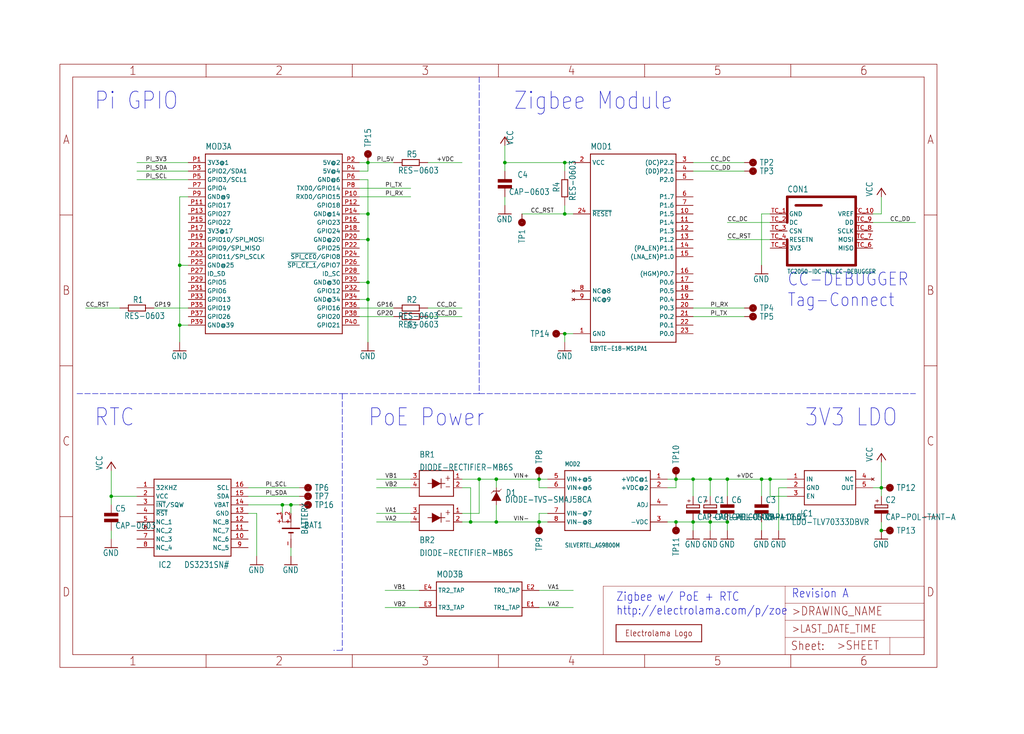
<source format=kicad_sch>
(kicad_sch (version 20211123) (generator eeschema)
  (paper "User" 303.987 217.881)
  (lib_symbols
    (symbol "eagleSchem-eagle-import:A4L-LOC"
      (symbol "A4L-LOC_1_0"
        (polyline (pts (xy 0 44.7675) (xy 3.81 44.7675)))
        (polyline (pts (xy 0 89.535) (xy 3.81 89.535)))
        (polyline (pts (xy 0 134.3025) (xy 3.81 134.3025)))
        (polyline (pts (xy 3.81 3.81) (xy 3.81 175.26)))
        (polyline (pts (xy 43.3917 0) (xy 43.3917 3.81)))
        (polyline (pts (xy 43.3917 175.26) (xy 43.3917 179.07)))
        (polyline (pts (xy 86.7833 0) (xy 86.7833 3.81)))
        (polyline (pts (xy 86.7833 175.26) (xy 86.7833 179.07)))
        (polyline (pts (xy 130.175 0) (xy 130.175 3.81)))
        (polyline (pts (xy 130.175 175.26) (xy 130.175 179.07)))
        (polyline (pts (xy 161.29 3.81) (xy 161.29 24.13)) (stroke (width 0.1016)))
        (polyline (pts (xy 161.29 24.13) (xy 215.265 24.13)) (stroke (width 0.1016)))
        (polyline (pts (xy 173.5667 0) (xy 173.5667 3.81)))
        (polyline (pts (xy 173.5667 175.26) (xy 173.5667 179.07)))
        (polyline (pts (xy 215.265 8.89) (xy 215.265 3.81)) (stroke (width 0.1016)))
        (polyline (pts (xy 215.265 8.89) (xy 215.265 13.97)) (stroke (width 0.1016)))
        (polyline (pts (xy 215.265 13.97) (xy 215.265 19.05)) (stroke (width 0.1016)))
        (polyline (pts (xy 215.265 13.97) (xy 256.54 13.97)) (stroke (width 0.1016)))
        (polyline (pts (xy 215.265 19.05) (xy 215.265 24.13)) (stroke (width 0.1016)))
        (polyline (pts (xy 215.265 19.05) (xy 256.54 19.05)) (stroke (width 0.1016)))
        (polyline (pts (xy 215.265 24.13) (xy 256.54 24.13)) (stroke (width 0.1016)))
        (polyline (pts (xy 216.9583 0) (xy 216.9583 3.81)))
        (polyline (pts (xy 216.9583 175.26) (xy 216.9583 179.07)))
        (polyline (pts (xy 246.38 3.81) (xy 246.38 8.89)) (stroke (width 0.1016)))
        (polyline (pts (xy 246.38 8.89) (xy 215.265 8.89)) (stroke (width 0.1016)))
        (polyline (pts (xy 246.38 8.89) (xy 256.54 8.89)) (stroke (width 0.1016)))
        (polyline (pts (xy 256.54 3.81) (xy 3.81 3.81)))
        (polyline (pts (xy 256.54 3.81) (xy 256.54 8.89)) (stroke (width 0.1016)))
        (polyline (pts (xy 256.54 3.81) (xy 256.54 175.26)))
        (polyline (pts (xy 256.54 8.89) (xy 256.54 13.97)) (stroke (width 0.1016)))
        (polyline (pts (xy 256.54 13.97) (xy 256.54 19.05)) (stroke (width 0.1016)))
        (polyline (pts (xy 256.54 19.05) (xy 256.54 24.13)) (stroke (width 0.1016)))
        (polyline (pts (xy 256.54 44.7675) (xy 260.35 44.7675)))
        (polyline (pts (xy 256.54 89.535) (xy 260.35 89.535)))
        (polyline (pts (xy 256.54 134.3025) (xy 260.35 134.3025)))
        (polyline (pts (xy 256.54 175.26) (xy 3.81 175.26)))
        (polyline (pts (xy 0 0) (xy 260.35 0) (xy 260.35 179.07) (xy 0 179.07) (xy 0 0)))
        (text "1" (at 21.6958 1.905 0) (effects (font (size 2.54 2.286))))
        (text "1" (at 21.6958 177.165 0) (effects (font (size 2.54 2.286))))
        (text "2" (at 65.0875 1.905 0) (effects (font (size 2.54 2.286))))
        (text "2" (at 65.0875 177.165 0) (effects (font (size 2.54 2.286))))
        (text "3" (at 108.4792 1.905 0) (effects (font (size 2.54 2.286))))
        (text "3" (at 108.4792 177.165 0) (effects (font (size 2.54 2.286))))
        (text "4" (at 151.8708 1.905 0) (effects (font (size 2.54 2.286))))
        (text "4" (at 151.8708 177.165 0) (effects (font (size 2.54 2.286))))
        (text "5" (at 195.2625 1.905 0) (effects (font (size 2.54 2.286))))
        (text "5" (at 195.2625 177.165 0) (effects (font (size 2.54 2.286))))
        (text "6" (at 238.6542 1.905 0) (effects (font (size 2.54 2.286))))
        (text "6" (at 238.6542 177.165 0) (effects (font (size 2.54 2.286))))
        (text ">DRAWING_NAME" (at 217.17 15.24 0) (effects (font (size 2.54 2.159)) (justify left bottom)))
        (text ">LAST_DATE_TIME" (at 217.17 10.16 0) (effects (font (size 2.286 1.9431)) (justify left bottom)))
        (text ">SHEET" (at 230.505 5.08 0) (effects (font (size 2.54 2.159)) (justify left bottom)))
        (text "A" (at 1.905 156.6863 0) (effects (font (size 2.54 2.286))))
        (text "A" (at 258.445 156.6863 0) (effects (font (size 2.54 2.286))))
        (text "B" (at 1.905 111.9188 0) (effects (font (size 2.54 2.286))))
        (text "B" (at 258.445 111.9188 0) (effects (font (size 2.54 2.286))))
        (text "C" (at 1.905 67.1513 0) (effects (font (size 2.54 2.286))))
        (text "C" (at 258.445 67.1513 0) (effects (font (size 2.54 2.286))))
        (text "D" (at 1.905 22.3838 0) (effects (font (size 2.54 2.286))))
        (text "D" (at 258.445 22.3838 0) (effects (font (size 2.54 2.286))))
        (text "Sheet:" (at 216.916 4.953 0) (effects (font (size 2.54 2.159)) (justify left bottom)))
      )
    )
    (symbol "eagleSchem-eagle-import:BATTERY"
      (property "Reference" "BAT" (at -1.27 3.175 0))
      (property "Value" "BATTERY" (at -1.27 -5.08 0))
      (symbol "BATTERY_1_0"
        (polyline (pts (xy -2.54 0) (xy -0.635 0)) (stroke (width 0.1524)))
        (polyline (pts (xy -0.635 0) (xy -0.635 -0.635)) (stroke (width 0.4064)))
        (polyline (pts (xy -0.635 0.635) (xy -0.635 0)) (stroke (width 0.4064)))
        (polyline (pts (xy 0.635 0) (xy 0.635 -2.54)) (stroke (width 0.4064)))
        (polyline (pts (xy 0.635 0) (xy 2.54 0)) (stroke (width 0.1524)))
        (polyline (pts (xy 0.635 2.54) (xy 0.635 0)) (stroke (width 0.4064)))
        (polyline (pts (xy 2.54 0) (xy 2.54 2.54)) (stroke (width 0.1524)))
        (pin passive line (at 5.08 2.54 180) (length 2.54) (name "+1") (number "+_1"))
        (pin passive line (at 5.08 0 180) (length 2.54) (name "+2") (number "+_2"))
        (pin passive line (at -5.08 0 0) (length 2.54) (name "-") (number "-"))
      )
    )
    (symbol "eagleSchem-eagle-import:CAP-0603"
      (property "Reference" "C" (at 1.143 0.4826 0))
      (property "Value" "CAP-0603" (at 1.143 -4.5974 0))
      (symbol "CAP-0603_1_0"
        (rectangle (start -2.032 -2.54) (end 2.032 -1.651) (fill (type outline)))
        (rectangle (start -2.032 -0.7937) (end 2.032 0.0952) (fill (type outline)))
        (pin passive line (at 0 2.54 270) (length 2.54) (name "1") (number "1"))
        (pin passive line (at 0 -5.08 90) (length 2.54) (name "2") (number "2"))
      )
    )
    (symbol "eagleSchem-eagle-import:CAP-POL-ELCO-D8-L10.5"
      (property "Reference" "C" (at 1.143 0.4826 0))
      (property "Value" "CAP-POL-ELCO-D8-L10.5" (at 1.143 -4.5974 0))
      (symbol "CAP-POL-ELCO-D8-L10.5_1_0"
        (rectangle (start -2.032 -2.54) (end 2.032 -1.651) (fill (type outline)))
        (polyline (pts (xy -1.905 -0.889) (xy 1.905 -0.889)) (stroke (width 0.254)))
        (polyline (pts (xy -1.905 0) (xy -1.905 -0.889)) (stroke (width 0.254)))
        (polyline (pts (xy -1.905 0) (xy 1.905 0)) (stroke (width 0.254)))
        (polyline (pts (xy 1.905 -0.889) (xy 1.905 0)) (stroke (width 0.254)))
        (text "+" (at -0.5842 0.4064 900) (effects (font (size 1.27 1.0795)) (justify left bottom)))
        (pin passive line (at 0 2.54 270) (length 2.54) (name "+") (number "+"))
        (pin passive line (at 0 -5.08 90) (length 2.54) (name "-") (number "-"))
      )
    )
    (symbol "eagleSchem-eagle-import:CAP-POL-TANT-A"
      (property "Reference" "C" (at 1.143 0.4826 0))
      (property "Value" "CAP-POL-TANT-A" (at 1.143 -4.5974 0))
      (symbol "CAP-POL-TANT-A_1_0"
        (rectangle (start -2.032 -2.54) (end 2.032 -1.651) (fill (type outline)))
        (polyline (pts (xy -1.905 -0.889) (xy 1.905 -0.889)) (stroke (width 0.254)))
        (polyline (pts (xy -1.905 0) (xy -1.905 -0.889)) (stroke (width 0.254)))
        (polyline (pts (xy -1.905 0) (xy 1.905 0)) (stroke (width 0.254)))
        (polyline (pts (xy 1.905 -0.889) (xy 1.905 0)) (stroke (width 0.254)))
        (text "+" (at -0.5842 0.4064 900) (effects (font (size 1.27 1.0795)) (justify left bottom)))
        (pin passive line (at 0 2.54 270) (length 2.54) (name "+") (number "+"))
        (pin passive line (at 0 -5.08 90) (length 2.54) (name "-") (number "-"))
      )
    )
    (symbol "eagleSchem-eagle-import:DIODE-RECTIFIER-MB6S"
      (property "Reference" "BR" (at -5.08 6.35 0))
      (property "Value" "DIODE-RECTIFIER-MB6S" (at -5.08 -5.08 0))
      (symbol "DIODE-RECTIFIER-MB6S_1_0"
        (polyline (pts (xy -5.08 5.08) (xy -5.08 -2.54)) (stroke (width 0.254)))
        (polyline (pts (xy -5.08 5.08) (xy 5.08 5.08)) (stroke (width 0.254)))
        (polyline (pts (xy -2.54 1.27) (xy 2.54 1.27)) (stroke (width 0.2032)))
        (polyline (pts (xy 1.397 2.667) (xy 1.397 -0.127)) (stroke (width 0.2032)))
        (polyline (pts (xy 5.08 -2.54) (xy -5.08 -2.54)) (stroke (width 0.254)))
        (polyline (pts (xy 5.08 -2.54) (xy 5.08 5.08)) (stroke (width 0.254)))
        (polyline (pts (xy -1.27 2.667) (xy -1.27 -0.127) (xy 1.27 1.27)) (fill (type outline)))
        (text "+" (at 4.445 1.905 0) (effects (font (size 1.778 1.5113)) (justify right bottom)))
        (text "-" (at 4.445 -0.635 0) (effects (font (size 1.778 1.5113)) (justify right bottom)))
        (text "~" (at -4.445 -0.635 0) (effects (font (size 2.286 1.9431)) (justify left bottom)))
        (text "~" (at -4.445 1.905 0) (effects (font (size 2.286 1.9431)) (justify left bottom)))
        (pin bidirectional line (at 7.62 2.54 180) (length 2.54) (name "+") (number "1"))
        (pin bidirectional line (at 7.62 0 180) (length 2.54) (name "-") (number "2"))
        (pin bidirectional line (at -7.62 2.54 0) (length 2.54) (name "~{@3}") (number "3"))
        (pin bidirectional line (at -7.62 0 0) (length 2.54) (name "~{@4}") (number "4"))
      )
    )
    (symbol "eagleSchem-eagle-import:DIODE-TVS-SMAJ58CA"
      (property "Reference" "D" (at -2.3114 2.6416 0))
      (property "Value" "DIODE-TVS-SMAJ58CA" (at -2.5654 -4.4958 0))
      (symbol "DIODE-TVS-SMAJ58CA_1_0"
        (polyline (pts (xy 1.397 -0.889) (xy 1.651 -0.889)) (stroke (width 0.127)))
        (polyline (pts (xy 1.397 0.889) (xy 1.397 -0.889)) (stroke (width 0.127)))
        (polyline (pts (xy 1.397 0.889) (xy 1.651 0.889)) (stroke (width 0.127)))
        (polyline (pts (xy 1.524 0.889) (xy 0.889 1.524)) (stroke (width 0.127)))
        (polyline (pts (xy 1.651 0.889) (xy 1.651 -0.889)) (stroke (width 0.127)))
        (polyline (pts (xy 2.159 -1.524) (xy 1.524 -0.889)) (stroke (width 0.127)))
        (polyline (pts (xy -1.27 1.397) (xy -1.27 -1.397) (xy 1.27 0)) (fill (type outline)))
        (pin passive line (at 2.54 0 180) (length 2.54) (name "C") (number "1"))
        (pin passive line (at -2.54 0 0) (length 2.54) (name "A") (number "2"))
      )
    )
    (symbol "eagleSchem-eagle-import:DS3231SN#"
      (property "Reference" "IC" (at 29.21 7.62 0))
      (property "Value" "DS3231SN#" (at 29.21 5.08 0))
      (symbol "DS3231SN#_1_0"
        (polyline (pts (xy 5.08 2.54) (xy 5.08 -20.32)) (stroke (width 0.254)))
        (polyline (pts (xy 5.08 2.54) (xy 27.94 2.54)) (stroke (width 0.254)))
        (polyline (pts (xy 27.94 -20.32) (xy 5.08 -20.32)) (stroke (width 0.254)))
        (polyline (pts (xy 27.94 -20.32) (xy 27.94 2.54)) (stroke (width 0.254)))
        (pin bidirectional line (at 0 0 0) (length 5.08) (name "32KHZ") (number "1"))
        (pin bidirectional line (at 33.02 -15.24 180) (length 5.08) (name "NC_6") (number "10"))
        (pin bidirectional line (at 33.02 -12.7 180) (length 5.08) (name "NC_7") (number "11"))
        (pin bidirectional line (at 33.02 -10.16 180) (length 5.08) (name "NC_8") (number "12"))
        (pin power_in line (at 33.02 -7.62 180) (length 5.08) (name "GND") (number "13"))
        (pin bidirectional line (at 33.02 -5.08 180) (length 5.08) (name "VBAT") (number "14"))
        (pin bidirectional line (at 33.02 -2.54 180) (length 5.08) (name "SDA") (number "15"))
        (pin bidirectional line (at 33.02 0 180) (length 5.08) (name "SCL") (number "16"))
        (pin power_in line (at 0 -2.54 0) (length 5.08) (name "VCC") (number "2"))
        (pin input line (at 0 -5.08 0) (length 5.08) (name "~{INT}/SQW") (number "3"))
        (pin input line (at 0 -7.62 0) (length 5.08) (name "~{RST}") (number "4"))
        (pin bidirectional line (at 0 -10.16 0) (length 5.08) (name "NC_1") (number "5"))
        (pin bidirectional line (at 0 -12.7 0) (length 5.08) (name "NC_2") (number "6"))
        (pin bidirectional line (at 0 -15.24 0) (length 5.08) (name "NC_3") (number "7"))
        (pin bidirectional line (at 0 -17.78 0) (length 5.08) (name "NC_4") (number "8"))
        (pin bidirectional line (at 33.02 -17.78 180) (length 5.08) (name "NC_5") (number "9"))
      )
    )
    (symbol "eagleSchem-eagle-import:EBYTE-E18-MS1PA1"
      (property "Reference" "MOD" (at -12.7 29.21 0))
      (property "Value" "EBYTE-E18-MS1PA1" (at -12.7 -30.48 0))
      (symbol "EBYTE-E18-MS1PA1_1_0"
        (polyline (pts (xy -12.7 -27.94) (xy 12.7 -27.94)) (stroke (width 0.254)))
        (polyline (pts (xy -12.7 27.94) (xy -12.7 -27.94)) (stroke (width 0.254)))
        (polyline (pts (xy 12.7 -27.94) (xy 12.7 27.94)) (stroke (width 0.254)))
        (polyline (pts (xy 12.7 27.94) (xy -12.7 27.94)) (stroke (width 0.254)))
        (pin power_in line (at -17.78 -25.4 0) (length 5.08) (name "GND") (number "1"))
        (pin bidirectional line (at 17.78 10.16 180) (length 5.08) (name "P1.5") (number "10"))
        (pin bidirectional line (at 17.78 7.62 180) (length 5.08) (name "P1.4") (number "11"))
        (pin bidirectional line (at 17.78 5.08 180) (length 5.08) (name "P1.3") (number "12"))
        (pin bidirectional line (at 17.78 2.54 180) (length 5.08) (name "P1.2") (number "13"))
        (pin output line (at 17.78 0 180) (length 5.08) (name "(PA_EN)P1.1") (number "14"))
        (pin output line (at 17.78 -2.54 180) (length 5.08) (name "(LNA_EN)P1.0") (number "15"))
        (pin output line (at 17.78 -7.62 180) (length 5.08) (name "(HGM)P0.7") (number "16"))
        (pin bidirectional line (at 17.78 -10.16 180) (length 5.08) (name "P0.6") (number "17"))
        (pin bidirectional line (at 17.78 -12.7 180) (length 5.08) (name "P0.5") (number "18"))
        (pin bidirectional line (at 17.78 -15.24 180) (length 5.08) (name "P0.4") (number "19"))
        (pin power_in line (at -17.78 25.4 0) (length 5.08) (name "VCC") (number "2"))
        (pin bidirectional line (at 17.78 -17.78 180) (length 5.08) (name "P0.3") (number "20"))
        (pin bidirectional line (at 17.78 -20.32 180) (length 5.08) (name "P0.2") (number "21"))
        (pin bidirectional line (at 17.78 -22.86 180) (length 5.08) (name "P0.1") (number "22"))
        (pin bidirectional line (at 17.78 -25.4 180) (length 5.08) (name "P0.0") (number "23"))
        (pin input line (at -17.78 10.16 0) (length 5.08) (name "~{RESET}") (number "24"))
        (pin bidirectional line (at 17.78 25.4 180) (length 5.08) (name "(DC)P2.2") (number "3"))
        (pin bidirectional line (at 17.78 22.86 180) (length 5.08) (name "(DD)P2.1") (number "4"))
        (pin bidirectional line (at 17.78 20.32 180) (length 5.08) (name "P2.0") (number "5"))
        (pin bidirectional line (at 17.78 15.24 180) (length 5.08) (name "P1.7") (number "6"))
        (pin bidirectional line (at 17.78 12.7 180) (length 5.08) (name "P1.6") (number "7"))
        (pin no_connect line (at -17.78 -12.7 0) (length 5.08) (name "NC@8") (number "8"))
        (pin no_connect line (at -17.78 -15.24 0) (length 5.08) (name "NC@9") (number "9"))
      )
    )
    (symbol "eagleSchem-eagle-import:GND" (power)
      (property "Value" "GND" (at -2.54 -2.54 0))
      (symbol "GND_1_0"
        (polyline (pts (xy -1.905 0) (xy 1.905 0)) (stroke (width 0.254)))
        (pin power_in line (at 0 2.54 270) (length 2.54) (name "GND") (number "1"))
      )
    )
    (symbol "eagleSchem-eagle-import:LDO-TLV70333DBVR"
      (property "Reference" "IC" (at 21.59 7.62 0))
      (property "Value" "LDO-TLV70333DBVR" (at 21.59 5.08 0))
      (symbol "LDO-TLV70333DBVR_1_0"
        (polyline (pts (xy 5.08 2.54) (xy 5.08 -7.62)) (stroke (width 0.254)))
        (polyline (pts (xy 5.08 2.54) (xy 20.32 2.54)) (stroke (width 0.254)))
        (polyline (pts (xy 20.32 -7.62) (xy 5.08 -7.62)) (stroke (width 0.254)))
        (polyline (pts (xy 20.32 -7.62) (xy 20.32 2.54)) (stroke (width 0.254)))
        (pin bidirectional line (at 0 0 0) (length 5.08) (name "IN") (number "1"))
        (pin bidirectional line (at 0 -2.54 0) (length 5.08) (name "GND") (number "2"))
        (pin bidirectional line (at 0 -5.08 0) (length 5.08) (name "EN") (number "3"))
        (pin no_connect line (at 25.4 0 180) (length 5.08) (name "NC") (number "4"))
        (pin bidirectional line (at 25.4 -2.54 180) (length 5.08) (name "OUT") (number "5"))
      )
    )
    (symbol "eagleSchem-eagle-import:LOGO-ELECTROLAMA"
      (symbol "LOGO-ELECTROLAMA_1_0"
        (polyline (pts (xy -12.7 -2.54) (xy 12.7 -2.54)) (stroke (width 0.254)))
        (polyline (pts (xy -12.7 2.54) (xy -12.7 -2.54)) (stroke (width 0.254)))
        (polyline (pts (xy 12.7 -2.54) (xy 12.7 2.54)) (stroke (width 0.254)))
        (polyline (pts (xy 12.7 2.54) (xy -12.7 2.54)) (stroke (width 0.254)))
        (text "Electrolama Logo" (at 0 0 0) (effects (font (size 1.778 1.5113))))
      )
    )
    (symbol "eagleSchem-eagle-import:RES-0603"
      (property "Reference" "R" (at -3.81 1.4986 0))
      (property "Value" "RES-0603" (at -3.81 -3.302 0))
      (symbol "RES-0603_1_0"
        (polyline (pts (xy -2.54 -0.889) (xy -2.54 0.889)) (stroke (width 0.254)))
        (polyline (pts (xy -2.54 -0.889) (xy 2.54 -0.889)) (stroke (width 0.254)))
        (polyline (pts (xy 2.54 -0.889) (xy 2.54 0.889)) (stroke (width 0.254)))
        (polyline (pts (xy 2.54 0.889) (xy -2.54 0.889)) (stroke (width 0.254)))
        (pin passive line (at -5.08 0 0) (length 2.54) (name "1") (number "1"))
        (pin passive line (at 5.08 0 180) (length 2.54) (name "2") (number "2"))
      )
    )
    (symbol "eagleSchem-eagle-import:RPI-HAT-FULL"
      (property "Reference" "MOD" (at -12.7 6.35 0))
      (symbol "RPI-HAT-FULL_1_0"
        (polyline (pts (xy -20.32 -27.94) (xy 20.32 -27.94)) (stroke (width 0.254)))
        (polyline (pts (xy -20.32 25.4) (xy -20.32 -27.94)) (stroke (width 0.254)))
        (polyline (pts (xy 20.32 -27.94) (xy 20.32 25.4)) (stroke (width 0.254)))
        (polyline (pts (xy 20.32 25.4) (xy -20.32 25.4)) (stroke (width 0.254)))
        (pin bidirectional line (at -25.4 22.86 0) (length 5.08) (name "3V3@1") (number "P1"))
        (pin bidirectional line (at 25.4 12.7 180) (length 5.08) (name "RXD0/GPIO15") (number "P10"))
        (pin bidirectional line (at -25.4 10.16 0) (length 5.08) (name "GPIO17") (number "P11"))
        (pin bidirectional line (at 25.4 10.16 180) (length 5.08) (name "GPIO18") (number "P12"))
        (pin bidirectional line (at -25.4 7.62 0) (length 5.08) (name "GPIO27") (number "P13"))
        (pin bidirectional line (at 25.4 7.62 180) (length 5.08) (name "GND@14") (number "P14"))
        (pin bidirectional line (at -25.4 5.08 0) (length 5.08) (name "GPIO22") (number "P15"))
        (pin bidirectional line (at 25.4 5.08 180) (length 5.08) (name "GPIO23") (number "P16"))
        (pin bidirectional line (at -25.4 2.54 0) (length 5.08) (name "3V3@17") (number "P17"))
        (pin bidirectional line (at 25.4 2.54 180) (length 5.08) (name "GPIO24") (number "P18"))
        (pin bidirectional line (at -25.4 0 0) (length 5.08) (name "GPIO10/SPI_MOSI") (number "P19"))
        (pin bidirectional line (at 25.4 22.86 180) (length 5.08) (name "5V@2") (number "P2"))
        (pin bidirectional line (at 25.4 0 180) (length 5.08) (name "GND@20") (number "P20"))
        (pin bidirectional line (at -25.4 -2.54 0) (length 5.08) (name "GPIO9/SPI_MISO") (number "P21"))
        (pin bidirectional line (at 25.4 -2.54 180) (length 5.08) (name "GPIO25") (number "P22"))
        (pin bidirectional line (at -25.4 -5.08 0) (length 5.08) (name "GPIO11/SPI_SCLK") (number "P23"))
        (pin bidirectional line (at 25.4 -5.08 180) (length 5.08) (name "~{SPI_CE0}/GPIO8") (number "P24"))
        (pin bidirectional line (at -25.4 -7.62 0) (length 5.08) (name "GND@25") (number "P25"))
        (pin bidirectional line (at 25.4 -7.62 180) (length 5.08) (name "~{SPI_CE_1}/GPIO7") (number "P26"))
        (pin bidirectional line (at -25.4 -10.16 0) (length 5.08) (name "ID_SD") (number "P27"))
        (pin bidirectional line (at 25.4 -10.16 180) (length 5.08) (name "ID_SC") (number "P28"))
        (pin bidirectional line (at -25.4 -12.7 0) (length 5.08) (name "GPIO5") (number "P29"))
        (pin bidirectional line (at -25.4 20.32 0) (length 5.08) (name "GPIO2/SDA1") (number "P3"))
        (pin bidirectional line (at 25.4 -12.7 180) (length 5.08) (name "GND@30") (number "P30"))
        (pin bidirectional line (at -25.4 -15.24 0) (length 5.08) (name "GPIO6") (number "P31"))
        (pin bidirectional line (at 25.4 -15.24 180) (length 5.08) (name "GPIO12") (number "P32"))
        (pin bidirectional line (at -25.4 -17.78 0) (length 5.08) (name "GPIO13") (number "P33"))
        (pin bidirectional line (at 25.4 -17.78 180) (length 5.08) (name "GND@34") (number "P34"))
        (pin bidirectional line (at -25.4 -20.32 0) (length 5.08) (name "GPIO19") (number "P35"))
        (pin bidirectional line (at 25.4 -20.32 180) (length 5.08) (name "GPIO16") (number "P36"))
        (pin bidirectional line (at -25.4 -22.86 0) (length 5.08) (name "GPIO26") (number "P37"))
        (pin bidirectional line (at 25.4 -22.86 180) (length 5.08) (name "GPIO20") (number "P38"))
        (pin bidirectional line (at -25.4 -25.4 0) (length 5.08) (name "GND@39") (number "P39"))
        (pin bidirectional line (at 25.4 20.32 180) (length 5.08) (name "5V@4") (number "P4"))
        (pin bidirectional line (at 25.4 -25.4 180) (length 5.08) (name "GPIO21") (number "P40"))
        (pin bidirectional line (at -25.4 17.78 0) (length 5.08) (name "GPIO3/SCL1") (number "P5"))
        (pin bidirectional line (at 25.4 17.78 180) (length 5.08) (name "GND@6") (number "P6"))
        (pin bidirectional line (at -25.4 15.24 0) (length 5.08) (name "GPIO4") (number "P7"))
        (pin bidirectional line (at 25.4 15.24 180) (length 5.08) (name "TXD0/GPIO14") (number "P8"))
        (pin bidirectional line (at -25.4 12.7 0) (length 5.08) (name "GND@9") (number "P9"))
      )
      (symbol "RPI-HAT-FULL_2_0"
        (polyline (pts (xy -12.7 -5.08) (xy 12.7 -5.08)) (stroke (width 0.254)))
        (polyline (pts (xy -12.7 5.08) (xy -12.7 -5.08)) (stroke (width 0.254)))
        (polyline (pts (xy 12.7 -5.08) (xy 12.7 5.08)) (stroke (width 0.254)))
        (polyline (pts (xy 12.7 5.08) (xy -12.7 5.08)) (stroke (width 0.254)))
        (pin bidirectional line (at 17.78 -2.54 180) (length 5.08) (name "TR1_TAP") (number "E1"))
        (pin bidirectional line (at 17.78 2.54 180) (length 5.08) (name "TR0_TAP") (number "E2"))
        (pin bidirectional line (at -17.78 -2.54 0) (length 5.08) (name "TR3_TAP") (number "E3"))
        (pin bidirectional line (at -17.78 2.54 0) (length 5.08) (name "TR2_TAP") (number "E4"))
      )
    )
    (symbol "eagleSchem-eagle-import:SILVERTEL_AG9800M"
      (property "Reference" "MOD" (at -12.7 11.43 0))
      (property "Value" "SILVERTEL_AG9800M" (at -12.7 -10.16 0))
      (symbol "SILVERTEL_AG9800M_1_0"
        (polyline (pts (xy -12.7 -7.62) (xy 12.7 -7.62)) (stroke (width 0.254)))
        (polyline (pts (xy -12.7 10.16) (xy -12.7 -7.62)) (stroke (width 0.254)))
        (polyline (pts (xy 12.7 -7.62) (xy 12.7 10.16)) (stroke (width 0.254)))
        (polyline (pts (xy 12.7 10.16) (xy -12.7 10.16)) (stroke (width 0.254)))
        (pin bidirectional line (at 17.78 7.62 180) (length 5.08) (name "+VDC@1") (number "1"))
        (pin bidirectional line (at 17.78 5.08 180) (length 5.08) (name "+VDC@2") (number "2"))
        (pin bidirectional line (at 17.78 -5.08 180) (length 5.08) (name "-VDC") (number "3"))
        (pin bidirectional line (at 17.78 0 180) (length 5.08) (name "ADJ") (number "4"))
        (pin bidirectional line (at -17.78 7.62 0) (length 5.08) (name "VIN+@5") (number "5"))
        (pin bidirectional line (at -17.78 5.08 0) (length 5.08) (name "VIN+@6") (number "6"))
        (pin bidirectional line (at -17.78 -2.54 0) (length 5.08) (name "VIN-@7") (number "7"))
        (pin bidirectional line (at -17.78 -5.08 0) (length 5.08) (name "VIN-@8") (number "8"))
      )
    )
    (symbol "eagleSchem-eagle-import:TC2050-IDC-NL_CC-DEBUGGER"
      (property "Reference" "CON" (at -10.16 11.43 0))
      (property "Value" "TC2050-IDC-NL_CC-DEBUGGER" (at -10.16 -12.7 0))
      (symbol "TC2050-IDC-NL_CC-DEBUGGER_1_0"
        (polyline (pts (xy -10.16 -10.16) (xy 10.16 -10.16)) (stroke (width 0.762)))
        (polyline (pts (xy -10.16 -2.54) (xy -10.16 -10.16)) (stroke (width 0.762)))
        (polyline (pts (xy -10.16 10.16) (xy -10.16 2.54)) (stroke (width 0.762)))
        (polyline (pts (xy 0 7.62) (xy -7.62 7.62)) (stroke (width 0.762)))
        (polyline (pts (xy 10.16 -10.16) (xy 10.16 10.16)) (stroke (width 0.762)))
        (polyline (pts (xy 10.16 10.16) (xy -10.16 10.16)) (stroke (width 0.762)))
        (pin bidirectional line (at -15.24 5.08 0) (length 5.08) (name "GND") (number "TC_1"))
        (pin bidirectional line (at 15.24 5.08 180) (length 5.08) (name "VREF") (number "TC_10"))
        (pin bidirectional line (at -15.24 2.54 0) (length 5.08) (name "DC") (number "TC_2"))
        (pin bidirectional line (at -15.24 0 0) (length 5.08) (name "CSN") (number "TC_3"))
        (pin bidirectional line (at -15.24 -2.54 0) (length 5.08) (name "RESETN") (number "TC_4"))
        (pin bidirectional line (at -15.24 -5.08 0) (length 5.08) (name "3V3") (number "TC_5"))
        (pin bidirectional line (at 15.24 -5.08 180) (length 5.08) (name "MISO") (number "TC_6"))
        (pin bidirectional line (at 15.24 -2.54 180) (length 5.08) (name "MOSI") (number "TC_7"))
        (pin bidirectional line (at 15.24 0 180) (length 5.08) (name "SCLK") (number "TC_8"))
        (pin bidirectional line (at 15.24 2.54 180) (length 5.08) (name "DD") (number "TC_9"))
      )
    )
    (symbol "eagleSchem-eagle-import:TP"
      (property "Reference" "TP" (at 1.905 0 0))
      (symbol "TP_1_0"
        (circle (center 0 0) (radius 0.127) (stroke (width 0.635)))
        (circle (center 0 0) (radius 0.635) (stroke (width 0.635)))
        (circle (center 0 0) (radius 1.016) (stroke (width 0.254)))
        (pin bidirectional line (at -2.54 0 0) (length 2.54) (name "TP") (number "TP"))
      )
    )
    (symbol "eagleSchem-eagle-import:VCC" (power)
      (property "Value" "VCC" (at -2.54 -2.54 90))
      (symbol "VCC_1_0"
        (polyline (pts (xy 0 0) (xy -1.27 -1.905)) (stroke (width 0.254)))
        (polyline (pts (xy 1.27 -1.905) (xy 0 0)) (stroke (width 0.254)))
        (pin power_in line (at 0 -2.54 90) (length 2.54) (name "VCC") (number "1"))
      )
    )
  )
  (junction (at 215.9 154.94))
  (junction (at 109.22 48.26))
  (junction (at 160.02 154.94))
  (junction (at 167.64 99.06))
  (junction (at 109.22 63.5))
  (junction (at 167.64 63.5))
  (junction (at 167.64 48.26))
  (junction (at 109.22 88.9))
  (junction (at 261.62 157.48))
  (junction (at 33.02 147.32))
  (junction (at 142.24 142.24))
  (junction (at 226.06 142.24))
  (junction (at 210.82 142.24))
  (junction (at 147.32 142.24))
  (junction (at 109.22 71.12))
  (junction (at 139.7 154.94))
  (junction (at 261.62 144.78))
  (junction (at 210.82 154.94))
  (junction (at 83.82 149.86))
  (junction (at 147.32 154.94))
  (junction (at 215.9 142.24))
  (junction (at 160.02 142.24))
  (junction (at 86.36 149.86))
  (junction (at 53.34 78.74))
  (junction (at 53.34 96.52))
  (junction (at 149.86 48.26))
  (junction (at 205.74 142.24))
  (junction (at 200.66 142.24))
  (junction (at 205.74 154.94))
  (junction (at 109.22 83.82))
  (junction (at 200.66 154.94))
  (junction (at 228.6 142.24))
  (wire (pts (xy 233.68 142.24) (xy 228.6 142.24)))
  (wire (pts (xy 160.02 154.94) (xy 162.56 154.94)))
  (wire (pts (xy 55.88 78.74) (xy 53.34 78.74)))
  (wire (pts (xy 147.32 142.24) (xy 160.02 142.24)))
  (wire (pts (xy 124.46 175.26) (xy 114.3 175.26)))
  (wire (pts (xy 127 48.26) (xy 137.16 48.26)))
  (wire (pts (xy 210.82 142.24) (xy 215.9 142.24)))
  (wire (pts (xy 215.9 154.94) (xy 215.9 157.48)))
  (wire (pts (xy 106.68 50.8) (xy 109.22 50.8)))
  (wire (pts (xy 198.12 142.24) (xy 200.66 142.24)))
  (wire (pts (xy 210.82 154.94) (xy 210.82 157.48)))
  (wire (pts (xy 106.68 88.9) (xy 109.22 88.9)))
  (wire (pts (xy 106.68 91.44) (xy 116.84 91.44)))
  (wire (pts (xy 170.18 48.26) (xy 167.64 48.26)))
  (wire (pts (xy 88.9 149.86) (xy 86.36 149.86)))
  (wire (pts (xy 55.88 96.52) (xy 53.34 96.52)))
  (wire (pts (xy 109.22 48.26) (xy 116.84 48.26)))
  (wire (pts (xy 228.6 147.32) (xy 228.6 142.24)))
  (wire (pts (xy 205.74 147.32) (xy 205.74 142.24)))
  (wire (pts (xy 226.06 63.5) (xy 226.06 78.74)))
  (wire (pts (xy 231.14 144.78) (xy 231.14 157.48)))
  (wire (pts (xy 205.74 91.44) (xy 220.98 91.44)))
  (wire (pts (xy 205.74 154.94) (xy 210.82 154.94)))
  (wire (pts (xy 137.16 144.78) (xy 139.7 144.78)))
  (wire (pts (xy 205.74 154.94) (xy 205.74 157.48)))
  (wire (pts (xy 53.34 78.74) (xy 53.34 96.52)))
  (wire (pts (xy 55.88 48.26) (xy 40.64 48.26)))
  (wire (pts (xy 170.18 63.5) (xy 167.64 63.5)))
  (wire (pts (xy 137.16 152.4) (xy 142.24 152.4)))
  (polyline (pts (xy 101.6 116.84) (xy 101.6 193.04)))
  (wire (pts (xy 160.02 154.94) (xy 147.32 154.94)))
  (wire (pts (xy 121.92 154.94) (xy 111.76 154.94)))
  (wire (pts (xy 226.06 142.24) (xy 226.06 147.32)))
  (wire (pts (xy 106.68 93.98) (xy 116.84 93.98)))
  (wire (pts (xy 198.12 154.94) (xy 200.66 154.94)))
  (polyline (pts (xy 142.24 22.86) (xy 142.24 116.84)))
  (wire (pts (xy 205.74 93.98) (xy 220.98 93.98)))
  (wire (pts (xy 76.2 152.4) (xy 76.2 165.1)))
  (wire (pts (xy 259.08 63.5) (xy 261.62 63.5)))
  (wire (pts (xy 205.74 142.24) (xy 210.82 142.24)))
  (wire (pts (xy 55.88 91.44) (xy 45.72 91.44)))
  (wire (pts (xy 35.56 91.44) (xy 25.4 91.44)))
  (wire (pts (xy 226.06 157.48) (xy 226.06 154.94)))
  (wire (pts (xy 121.92 142.24) (xy 111.76 142.24)))
  (wire (pts (xy 109.22 88.9) (xy 109.22 101.6)))
  (wire (pts (xy 261.62 147.32) (xy 261.62 144.78)))
  (wire (pts (xy 83.82 149.86) (xy 83.82 152.4)))
  (wire (pts (xy 167.64 50.8) (xy 167.64 48.26)))
  (wire (pts (xy 259.08 66.04) (xy 271.78 66.04)))
  (wire (pts (xy 198.12 144.78) (xy 200.66 144.78)))
  (wire (pts (xy 167.64 99.06) (xy 167.64 101.6)))
  (polyline (pts (xy 101.6 116.84) (xy 142.24 116.84)))
  (wire (pts (xy 106.68 83.82) (xy 109.22 83.82)))
  (wire (pts (xy 142.24 152.4) (xy 142.24 142.24)))
  (wire (pts (xy 53.34 96.52) (xy 53.34 101.6)))
  (wire (pts (xy 109.22 48.26) (xy 106.68 48.26)))
  (wire (pts (xy 55.88 53.34) (xy 40.64 53.34)))
  (wire (pts (xy 33.02 147.32) (xy 33.02 149.86)))
  (wire (pts (xy 200.66 154.94) (xy 205.74 154.94)))
  (wire (pts (xy 147.32 149.86) (xy 147.32 154.94)))
  (wire (pts (xy 210.82 147.32) (xy 210.82 142.24)))
  (wire (pts (xy 142.24 142.24) (xy 147.32 142.24)))
  (wire (pts (xy 33.02 147.32) (xy 33.02 139.7)))
  (wire (pts (xy 261.62 63.5) (xy 261.62 58.42)))
  (wire (pts (xy 160.02 180.34) (xy 170.18 180.34)))
  (wire (pts (xy 149.86 60.96) (xy 149.86 58.42)))
  (wire (pts (xy 160.02 142.24) (xy 162.56 142.24)))
  (wire (pts (xy 55.88 58.42) (xy 53.34 58.42)))
  (wire (pts (xy 73.66 144.78) (xy 88.9 144.78)))
  (wire (pts (xy 205.74 50.8) (xy 220.98 50.8)))
  (wire (pts (xy 86.36 162.56) (xy 86.36 165.1)))
  (wire (pts (xy 33.02 157.48) (xy 33.02 160.02)))
  (wire (pts (xy 109.22 50.8) (xy 109.22 48.26)))
  (wire (pts (xy 149.86 48.26) (xy 149.86 43.18)))
  (wire (pts (xy 73.66 149.86) (xy 83.82 149.86)))
  (wire (pts (xy 109.22 63.5) (xy 109.22 71.12)))
  (wire (pts (xy 162.56 152.4) (xy 160.02 152.4)))
  (wire (pts (xy 73.66 147.32) (xy 88.9 147.32)))
  (wire (pts (xy 200.66 142.24) (xy 205.74 142.24)))
  (wire (pts (xy 205.74 48.26) (xy 220.98 48.26)))
  (wire (pts (xy 228.6 142.24) (xy 226.06 142.24)))
  (polyline (pts (xy 101.6 193.04) (xy 99.06 193.04)))
  (wire (pts (xy 160.02 175.26) (xy 170.18 175.26)))
  (wire (pts (xy 124.46 180.34) (xy 114.3 180.34)))
  (wire (pts (xy 215.9 142.24) (xy 226.06 142.24)))
  (polyline (pts (xy 142.24 116.84) (xy 271.78 116.84)))
  (wire (pts (xy 109.22 83.82) (xy 109.22 88.9)))
  (wire (pts (xy 228.6 66.04) (xy 215.9 66.04)))
  (wire (pts (xy 160.02 152.4) (xy 160.02 154.94)))
  (wire (pts (xy 83.82 149.86) (xy 86.36 149.86)))
  (wire (pts (xy 121.92 144.78) (xy 111.76 144.78)))
  (wire (pts (xy 106.68 71.12) (xy 109.22 71.12)))
  (polyline (pts (xy 22.86 116.84) (xy 101.6 116.84)))
  (wire (pts (xy 259.08 144.78) (xy 261.62 144.78)))
  (wire (pts (xy 73.66 152.4) (xy 76.2 152.4)))
  (wire (pts (xy 86.36 149.86) (xy 86.36 152.4)))
  (wire (pts (xy 106.68 58.42) (xy 121.92 58.42)))
  (wire (pts (xy 109.22 71.12) (xy 109.22 83.82)))
  (wire (pts (xy 261.62 137.16) (xy 261.62 144.78)))
  (wire (pts (xy 228.6 63.5) (xy 226.06 63.5)))
  (wire (pts (xy 147.32 154.94) (xy 139.7 154.94)))
  (wire (pts (xy 215.9 147.32) (xy 215.9 142.24)))
  (wire (pts (xy 53.34 58.42) (xy 53.34 78.74)))
  (wire (pts (xy 106.68 55.88) (xy 121.92 55.88)))
  (wire (pts (xy 147.32 144.78) (xy 147.32 142.24)))
  (wire (pts (xy 149.86 48.26) (xy 149.86 50.8)))
  (wire (pts (xy 167.64 48.26) (xy 149.86 48.26)))
  (wire (pts (xy 40.64 147.32) (xy 33.02 147.32)))
  (wire (pts (xy 162.56 144.78) (xy 160.02 144.78)))
  (wire (pts (xy 139.7 154.94) (xy 137.16 154.94)))
  (wire (pts (xy 106.68 63.5) (xy 109.22 63.5)))
  (wire (pts (xy 261.62 157.48) (xy 261.62 154.94)))
  (wire (pts (xy 200.66 144.78) (xy 200.66 142.24)))
  (wire (pts (xy 109.22 53.34) (xy 109.22 63.5)))
  (wire (pts (xy 233.68 147.32) (xy 228.6 147.32)))
  (wire (pts (xy 139.7 144.78) (xy 139.7 154.94)))
  (wire (pts (xy 137.16 142.24) (xy 142.24 142.24)))
  (wire (pts (xy 210.82 154.94) (xy 215.9 154.94)))
  (wire (pts (xy 233.68 144.78) (xy 231.14 144.78)))
  (wire (pts (xy 127 93.98) (xy 137.16 93.98)))
  (wire (pts (xy 228.6 71.12) (xy 215.9 71.12)))
  (wire (pts (xy 127 91.44) (xy 137.16 91.44)))
  (wire (pts (xy 167.64 63.5) (xy 154.94 63.5)))
  (wire (pts (xy 170.18 99.06) (xy 167.64 99.06)))
  (wire (pts (xy 55.88 50.8) (xy 40.64 50.8)))
  (wire (pts (xy 167.64 60.96) (xy 167.64 63.5)))
  (wire (pts (xy 160.02 144.78) (xy 160.02 142.24)))
  (wire (pts (xy 106.68 53.34) (xy 109.22 53.34)))
  (wire (pts (xy 121.92 152.4) (xy 111.76 152.4)))
  (text "RTC" (at 27.94 127 180) (effects (font (size 5.08 4.318)) (justify left bottom)))
  (text "CC-DEBUGGER\nTag-Connect" (at 233.68 91.44 180) (effects (font (size 3.81 3.2385)) (justify left bottom)))
  (text "Zigbee Module" (at 152.4 33.02 180) (effects (font (size 5.08 4.318)) (justify left bottom)))
  (text "Pi GPIO" (at 27.94 33.02 180) (effects (font (size 5.08 4.318)) (justify left bottom)))
  (text "Zigbee w/ PoE + RTC\nhttp://electrolama.com/p/zoe" (at 182.88 182.88 180) (effects (font (size 2.54 2.159)) (justify left bottom)))
  (text "PoE Power" (at 109.22 127 180) (effects (font (size 5.08 4.318)) (justify left bottom)))
  (text "3V3 LDO" (at 238.76 127 180) (effects (font (size 5.08 4.318)) (justify left bottom)))
  (text "Revision A" (at 234.95 177.8 180) (effects (font (size 2.54 2.159)) (justify left bottom)))
  (label "CC_DD" (at 264.16 66.04 0) (effects (font (size 1.2446 1.2446))))
  (label "PI_SDA" (at 43.18 50.8 0) (effects (font (size 1.2446 1.2446))))
  (label "VA1" (at 162.56 175.26 0) (effects (font (size 1.2446 1.2446))))
  (label "CC_DD" (at 210.82 50.8 0) (effects (font (size 1.2446 1.2446))))
  (label "CC_RST" (at 25.4 91.44 0) (effects (font (size 1.2446 1.2446))))
  (label "GP19" (at 45.72 91.44 0) (effects (font (size 1.2446 1.2446))))
  (label "PI_3V3" (at 43.18 48.26 0) (effects (font (size 1.2446 1.2446))))
  (label "VB2" (at 116.84 180.34 0) (effects (font (size 1.2446 1.2446))))
  (label "CC_RST" (at 157.48 63.5 0) (effects (font (size 1.2446 1.2446))))
  (label "VB2" (at 114.3 144.78 0) (effects (font (size 1.2446 1.2446))))
  (label "PI_RX" (at 114.3 58.42 0) (effects (font (size 1.2446 1.2446))))
  (label "CC_DC" (at 129.54 91.44 0) (effects (font (size 1.2446 1.2446))))
  (label "VIN-" (at 152.4 154.94 0) (effects (font (size 1.2446 1.2446))))
  (label "PI_TX" (at 114.3 55.88 0) (effects (font (size 1.2446 1.2446))))
  (label "CC_DC" (at 215.9 66.04 0) (effects (font (size 1.2446 1.2446))))
  (label "GP20" (at 111.76 93.98 0) (effects (font (size 1.2446 1.2446))))
  (label "VA2" (at 114.3 154.94 0) (effects (font (size 1.2446 1.2446))))
  (label "PI_SCL" (at 43.18 53.34 0) (effects (font (size 1.2446 1.2446))))
  (label "PI_SCL" (at 78.74 144.78 0) (effects (font (size 1.2446 1.2446))))
  (label "+VDC" (at 218.44 142.24 0) (effects (font (size 1.2446 1.2446))))
  (label "PI_SDA" (at 78.74 147.32 0) (effects (font (size 1.2446 1.2446))))
  (label "PI_RX" (at 210.82 91.44 0) (effects (font (size 1.2446 1.2446))))
  (label "VB1" (at 114.3 142.24 0) (effects (font (size 1.2446 1.2446))))
  (label "VA2" (at 162.56 180.34 0) (effects (font (size 1.2446 1.2446))))
  (label "VIN+" (at 152.4 142.24 0) (effects (font (size 1.2446 1.2446))))
  (label "CC_RST" (at 215.9 71.12 0) (effects (font (size 1.2446 1.2446))))
  (label "CC_DC" (at 210.82 48.26 0) (effects (font (size 1.2446 1.2446))))
  (label "VB1" (at 116.84 175.26 0) (effects (font (size 1.2446 1.2446))))
  (label "PI_5V" (at 111.76 48.26 0) (effects (font (size 1.2446 1.2446))))
  (label "+VDC" (at 129.54 48.26 0) (effects (font (size 1.2446 1.2446))))
  (label "PI_TX" (at 210.82 93.98 0) (effects (font (size 1.2446 1.2446))))
  (label "VA1" (at 114.3 152.4 0) (effects (font (size 1.2446 1.2446))))
  (label "GP16" (at 111.76 91.44 0) (effects (font (size 1.2446 1.2446))))
  (label "CC_DD" (at 129.54 93.98 0) (effects (font (size 1.2446 1.2446))))
  (symbol (lib_id "eagleSchem-eagle-import:RES-0603") (at 167.64 55.88 90) (unit 1)
    (property "Reference" "R4" (at 166.1414 57.15 0) (effects (font (size 1.778 1.5113)) (justify left bottom)))
    (property "Value" "RES-0603" (at 170.942 59.69 0) (effects (font (size 1.778 1.5113)) (justify left bottom)))
    (property "Footprint" "eagleSchem:_PKG_C_0603" (effects hide))
  )
  (symbol (lib_id "eagleSchem-eagle-import:GND") (at 205.74 160.02 0) (unit 1)
    (property "Reference" "#GND13" (effects hide))
    (property "Value" "GND" (at 203.2 162.56 0) (effects (font (size 1.778 1.5113)) (justify left bottom)))
    (property "Footprint" "eagleSchem:" (effects hide))
  )
  (symbol (lib_id "eagleSchem-eagle-import:RES-0603") (at 121.92 93.98 0) (unit 1)
    (property "Reference" "R3" (at 120.65 97.5614 0) (effects (font (size 1.778 1.5113)) (justify left bottom)))
    (property "Value" "RES-0603" (at 118.11 97.282 0) (effects (font (size 1.778 1.5113)) (justify left bottom)))
    (property "Footprint" "eagleSchem:_PKG_C_0603" (effects hide))
  )
  (symbol (lib_id "eagleSchem-eagle-import:RES-0603") (at 40.64 91.44 0) (unit 1)
    (property "Reference" "R1" (at 39.37 89.9414 0) (effects (font (size 1.778 1.5113)) (justify left bottom)))
    (property "Value" "RES-0603" (at 36.83 94.742 0) (effects (font (size 1.778 1.5113)) (justify left bottom)))
    (property "Footprint" "eagleSchem:_PKG_C_0603" (effects hide))
  )
  (symbol (lib_id "eagleSchem-eagle-import:CAP-0603") (at 215.9 149.86 0) (unit 1)
    (property "Reference" "C6" (at 217.043 149.3774 0) (effects (font (size 1.778 1.5113)) (justify left bottom)))
    (property "Value" "CAP-0603" (at 217.043 154.4574 0) (effects (font (size 1.778 1.5113)) (justify left bottom)))
    (property "Footprint" "eagleSchem:_PKG_C_0603" (effects hide))
  )
  (symbol (lib_id "eagleSchem-eagle-import:TP") (at 223.52 93.98 0) (unit 1)
    (property "Reference" "TP5" (at 225.425 93.98 0) (effects (font (size 1.778 1.5113)) (justify left)))
    (property "Value" "TP" (effects hide))
    (property "Footprint" "eagleSchem:TP" (effects hide))
  )
  (symbol (lib_id "eagleSchem-eagle-import:TP") (at 160.02 139.7 90) (unit 1)
    (property "Reference" "TP8" (at 160.02 137.795 0) (effects (font (size 1.778 1.5113)) (justify left)))
    (property "Value" "TP" (effects hide))
    (property "Footprint" "eagleSchem:TP" (effects hide))
  )
  (symbol (lib_id "eagleSchem-eagle-import:CAP-POL-TANT-A") (at 261.62 149.86 0) (unit 1)
    (property "Reference" "C2" (at 262.763 149.3774 0) (effects (font (size 1.778 1.5113)) (justify left bottom)))
    (property "Value" "CAP-POL-TANT-A" (at 262.763 154.4574 0) (effects (font (size 1.778 1.5113)) (justify left bottom)))
    (property "Footprint" "eagleSchem:_CAP_TANT_A_3216-18R" (effects hide))
  )
  (symbol (lib_id "eagleSchem-eagle-import:TP") (at 223.52 91.44 0) (unit 1)
    (property "Reference" "TP4" (at 225.425 91.44 0) (effects (font (size 1.778 1.5113)) (justify left)))
    (property "Value" "TP" (effects hide))
    (property "Footprint" "eagleSchem:TP" (effects hide))
  )
  (symbol (lib_id "eagleSchem-eagle-import:TP") (at 91.44 147.32 0) (unit 1)
    (property "Reference" "TP7" (at 93.345 147.32 0) (effects (font (size 1.778 1.5113)) (justify left)))
    (property "Value" "TP" (effects hide))
    (property "Footprint" "eagleSchem:TP" (effects hide))
  )
  (symbol (lib_id "eagleSchem-eagle-import:CAP-0603") (at 226.06 149.86 0) (unit 1)
    (property "Reference" "C3" (at 227.203 149.3774 0) (effects (font (size 1.778 1.5113)) (justify left bottom)))
    (property "Value" "CAP-0603" (at 227.203 154.4574 0) (effects (font (size 1.778 1.5113)) (justify left bottom)))
    (property "Footprint" "eagleSchem:_PKG_C_0603" (effects hide))
  )
  (symbol (lib_id "eagleSchem-eagle-import:TP") (at 223.52 48.26 0) (unit 1)
    (property "Reference" "TP2" (at 225.425 48.26 0) (effects (font (size 1.778 1.5113)) (justify left)))
    (property "Value" "TP" (effects hide))
    (property "Footprint" "eagleSchem:TP" (effects hide))
  )
  (symbol (lib_id "eagleSchem-eagle-import:GND") (at 231.14 160.02 0) (unit 1)
    (property "Reference" "#GND10" (effects hide))
    (property "Value" "GND" (at 228.6 162.56 0) (effects (font (size 1.778 1.5113)) (justify left bottom)))
    (property "Footprint" "eagleSchem:" (effects hide))
  )
  (symbol (lib_id "eagleSchem-eagle-import:TP") (at 200.66 139.7 90) (unit 1)
    (property "Reference" "TP10" (at 200.66 137.795 0) (effects (font (size 1.778 1.5113)) (justify left)))
    (property "Value" "TP" (effects hide))
    (property "Footprint" "eagleSchem:TP" (effects hide))
  )
  (symbol (lib_id "eagleSchem-eagle-import:TP") (at 264.16 144.78 0) (unit 1)
    (property "Reference" "TP12" (at 266.065 144.78 0) (effects (font (size 1.778 1.5113)) (justify left)))
    (property "Value" "TP" (effects hide))
    (property "Footprint" "eagleSchem:TP" (effects hide))
  )
  (symbol (lib_id "eagleSchem-eagle-import:VCC") (at 261.62 55.88 0) (unit 1)
    (property "Reference" "#P+4" (effects hide))
    (property "Value" "VCC" (at 259.08 58.42 90) (effects (font (size 1.778 1.5113)) (justify left bottom)))
    (property "Footprint" "eagleSchem:" (effects hide))
  )
  (symbol (lib_id "eagleSchem-eagle-import:DIODE-TVS-SMAJ58CA") (at 147.32 147.32 90) (unit 1)
    (property "Reference" "D1" (at 150.0886 147.2184 90) (effects (font (size 1.778 1.5113)) (justify right top)))
    (property "Value" "DIODE-TVS-SMAJ58CA" (at 149.8346 149.2758 90) (effects (font (size 1.778 1.5113)) (justify right top)))
    (property "Footprint" "eagleSchem:DIOM5126X250N" (effects hide))
  )
  (symbol (lib_id "eagleSchem-eagle-import:LDO-TLV70333DBVR") (at 233.68 142.24 0) (unit 1)
    (property "Reference" "IC1" (at 237.49 152.4 0) (effects (font (size 1.778 1.5113)) (justify left)))
    (property "Value" "LDO-TLV70333DBVR" (at 234.95 154.94 0) (effects (font (size 1.778 1.5113)) (justify left)))
    (property "Footprint" "eagleSchem:SOT95P280X145-5N" (effects hide))
  )
  (symbol (lib_id "eagleSchem-eagle-import:VCC") (at 149.86 40.64 0) (unit 1)
    (property "Reference" "#P+2" (effects hide))
    (property "Value" "VCC" (at 152.4 43.18 90) (effects (font (size 1.778 1.5113)) (justify left bottom)))
    (property "Footprint" "eagleSchem:" (effects hide))
  )
  (symbol (lib_id "eagleSchem-eagle-import:CAP-0603") (at 33.02 152.4 0) (unit 1)
    (property "Reference" "C5" (at 34.163 151.9174 0) (effects (font (size 1.778 1.5113)) (justify left bottom)))
    (property "Value" "CAP-0603" (at 34.163 156.9974 0) (effects (font (size 1.778 1.5113)) (justify left bottom)))
    (property "Footprint" "eagleSchem:_PKG_C_0603" (effects hide))
  )
  (symbol (lib_id "eagleSchem-eagle-import:CAP-POL-TANT-A") (at 210.82 149.86 0) (unit 1)
    (property "Reference" "C1" (at 211.963 149.3774 0) (effects (font (size 1.778 1.5113)) (justify left bottom)))
    (property "Value" "CAP-POL-TANT-A" (at 211.963 154.4574 0) (effects (font (size 1.778 1.5113)) (justify left bottom)))
    (property "Footprint" "eagleSchem:_CAP_TANT_A_3216-18R" (effects hide))
  )
  (symbol (lib_id "eagleSchem-eagle-import:CAP-POL-ELCO-D8-L10.5") (at 205.74 149.86 0) (unit 1)
    (property "Reference" "C7" (at 206.883 149.3774 0) (effects (font (size 1.778 1.5113)) (justify left bottom)))
    (property "Value" "CAP-POL-ELCO-D8-L10.5" (at 206.883 154.4574 0) (effects (font (size 1.778 1.5113)) (justify left bottom)))
    (property "Footprint" "eagleSchem:_CAP_ELCO_D8_L10.5" (effects hide))
  )
  (symbol (lib_id "eagleSchem-eagle-import:DS3231SN#") (at 40.64 144.78 0) (unit 1)
    (property "Reference" "IC2" (at 46.99 167.64 0) (effects (font (size 1.778 1.5113)) (justify left)))
    (property "Value" "DS3231SN#" (at 54.61 167.64 0) (effects (font (size 1.778 1.5113)) (justify left)))
    (property "Footprint" "eagleSchem:SOIC127P1032X265-16N" (effects hide))
  )
  (symbol (lib_id "eagleSchem-eagle-import:RES-0603") (at 121.92 48.26 0) (unit 1)
    (property "Reference" "R5" (at 120.65 46.7614 0) (effects (font (size 1.778 1.5113)) (justify left bottom)))
    (property "Value" "RES-0603" (at 118.11 51.562 0) (effects (font (size 1.778 1.5113)) (justify left bottom)))
    (property "Footprint" "eagleSchem:_PKG_C_0603" (effects hide))
  )
  (symbol (lib_id "eagleSchem-eagle-import:VCC") (at 261.62 134.62 0) (unit 1)
    (property "Reference" "#P+1" (effects hide))
    (property "Value" "VCC" (at 259.08 137.16 90) (effects (font (size 1.778 1.5113)) (justify left bottom)))
    (property "Footprint" "eagleSchem:" (effects hide))
  )
  (symbol (lib_id "eagleSchem-eagle-import:GND") (at 76.2 167.64 0) (unit 1)
    (property "Reference" "#GND2" (effects hide))
    (property "Value" "GND" (at 73.66 170.18 0) (effects (font (size 1.778 1.5113)) (justify left bottom)))
    (property "Footprint" "eagleSchem:" (effects hide))
  )
  (symbol (lib_id "eagleSchem-eagle-import:TP") (at 160.02 157.48 270) (unit 1)
    (property "Reference" "TP9" (at 160.02 159.385 0) (effects (font (size 1.778 1.5113)) (justify left)))
    (property "Value" "TP" (effects hide))
    (property "Footprint" "eagleSchem:TP" (effects hide))
  )
  (symbol (lib_id "eagleSchem-eagle-import:GND") (at 226.06 160.02 0) (unit 1)
    (property "Reference" "#GND9" (effects hide))
    (property "Value" "GND" (at 223.52 162.56 0) (effects (font (size 1.778 1.5113)) (justify left bottom)))
    (property "Footprint" "eagleSchem:" (effects hide))
  )
  (symbol (lib_id "eagleSchem-eagle-import:GND") (at 167.64 104.14 0) (unit 1)
    (property "Reference" "#GND6" (effects hide))
    (property "Value" "GND" (at 165.1 106.68 0) (effects (font (size 1.778 1.5113)) (justify left bottom)))
    (property "Footprint" "eagleSchem:" (effects hide))
  )
  (symbol (lib_id "eagleSchem-eagle-import:SILVERTEL_AG9800M") (at 180.34 149.86 0) (unit 1)
    (property "Reference" "MOD2" (at 167.64 138.43 0) (effects (font (size 1.27 1.0795)) (justify left bottom)))
    (property "Value" "SILVERTEL_AG9800M" (at 167.64 162.56 0) (effects (font (size 1.27 1.0795)) (justify left bottom)))
    (property "Footprint" "eagleSchem:SILVERTEL_AG9800M" (effects hide))
  )
  (symbol (lib_id "eagleSchem-eagle-import:LOGO-ELECTROLAMA") (at 195.58 187.96 0) (unit 1)
    (property "Reference" "U$1" (effects hide))
    (property "Value" "LOGO-ELECTROLAMA" (effects hide))
    (property "Footprint" "eagleSchem:ELECTROLAMA" (effects hide))
  )
  (symbol (lib_id "eagleSchem-eagle-import:TP") (at 154.94 66.04 270) (unit 1)
    (property "Reference" "TP1" (at 154.94 67.945 0) (effects (font (size 1.778 1.5113)) (justify left)))
    (property "Value" "TP" (effects hide))
    (property "Footprint" "eagleSchem:TP" (effects hide))
  )
  (symbol (lib_id "eagleSchem-eagle-import:VCC") (at 33.02 137.16 0) (unit 1)
    (property "Reference" "#P+3" (effects hide))
    (property "Value" "VCC" (at 30.48 139.7 90) (effects (font (size 1.778 1.5113)) (justify left bottom)))
    (property "Footprint" "eagleSchem:" (effects hide))
  )
  (symbol (lib_id "eagleSchem-eagle-import:RPI-HAT-FULL") (at 142.24 177.8 0) (unit 2)
    (property "Reference" "MOD3" (at 129.54 171.45 0) (effects (font (size 1.778 1.5113)) (justify left bottom)))
    (property "Value" "RPI-HAT-FULL" (effects hide))
    (property "Footprint" "eagleSchem:RPI-HAT-FULL" (effects hide))
  )
  (symbol (lib_id "eagleSchem-eagle-import:GND") (at 215.9 160.02 0) (unit 1)
    (property "Reference" "#GND12" (effects hide))
    (property "Value" "GND" (at 213.36 162.56 0) (effects (font (size 1.778 1.5113)) (justify left bottom)))
    (property "Footprint" "eagleSchem:" (effects hide))
  )
  (symbol (lib_id "eagleSchem-eagle-import:TP") (at 264.16 157.48 0) (unit 1)
    (property "Reference" "TP13" (at 266.065 157.48 0) (effects (font (size 1.778 1.5113)) (justify left)))
    (property "Value" "TP" (effects hide))
    (property "Footprint" "eagleSchem:TP" (effects hide))
  )
  (symbol (lib_id "eagleSchem-eagle-import:TP") (at 200.66 157.48 270) (unit 1)
    (property "Reference" "TP11" (at 200.66 159.385 0) (effects (font (size 1.778 1.5113)) (justify left)))
    (property "Value" "TP" (effects hide))
    (property "Footprint" "eagleSchem:TP" (effects hide))
  )
  (symbol (lib_id "eagleSchem-eagle-import:DIODE-RECTIFIER-MB6S") (at 129.54 144.78 0) (unit 1)
    (property "Reference" "BR1" (at 124.46 135.89 0) (effects (font (size 1.778 1.5113)) (justify left bottom)))
    (property "Value" "DIODE-RECTIFIER-MB6S" (at 124.46 139.7 0) (effects (font (size 1.778 1.5113)) (justify left bottom)))
    (property "Footprint" "eagleSchem:SOP254P665X270-4N" (effects hide))
  )
  (symbol (lib_id "eagleSchem-eagle-import:GND") (at 261.62 160.02 0) (unit 1)
    (property "Reference" "#GND8" (effects hide))
    (property "Value" "GND" (at 259.08 162.56 0) (effects (font (size 1.778 1.5113)) (justify left bottom)))
    (property "Footprint" "eagleSchem:" (effects hide))
  )
  (symbol (lib_id "eagleSchem-eagle-import:DIODE-RECTIFIER-MB6S") (at 129.54 154.94 0) (unit 1)
    (property "Reference" "BR2" (at 124.46 161.29 0) (effects (font (size 1.778 1.5113)) (justify left bottom)))
    (property "Value" "DIODE-RECTIFIER-MB6S" (at 124.46 165.1 0) (effects (font (size 1.778 1.5113)) (justify left bottom)))
    (property "Footprint" "eagleSchem:SOP254P665X270-4N" (effects hide))
  )
  (symbol (lib_id "eagleSchem-eagle-import:TP") (at 165.1 99.06 180) (unit 1)
    (property "Reference" "TP14" (at 163.195 99.06 0) (effects (font (size 1.778 1.5113)) (justify left)))
    (property "Value" "TP" (effects hide))
    (property "Footprint" "eagleSchem:TP" (effects hide))
  )
  (symbol (lib_id "eagleSchem-eagle-import:TP") (at 109.22 45.72 90) (unit 1)
    (property "Reference" "TP15" (at 109.22 43.815 0) (effects (font (size 1.778 1.5113)) (justify left)))
    (property "Value" "TP" (effects hide))
    (property "Footprint" "eagleSchem:TP" (effects hide))
  )
  (symbol (lib_id "eagleSchem-eagle-import:RPI-HAT-FULL") (at 81.28 71.12 0) (unit 1)
    (property "Reference" "MOD3" (at 60.96 44.45 0) (effects (font (size 1.778 1.5113)) (justify left bottom)))
    (property "Value" "RPI-HAT-FULL" (effects hide))
    (property "Footprint" "eagleSchem:RPI-HAT-FULL" (effects hide))
  )
  (symbol (lib_id "eagleSchem-eagle-import:BATTERY") (at 86.36 157.48 90) (unit 1)
    (property "Reference" "BAT1" (at 90.17 156.845 90) (effects (font (size 1.778 1.5113)) (justify right top)))
    (property "Value" "BATTERY" (at 91.44 158.75 0) (effects (font (size 1.778 1.5113)) (justify left bottom)))
    (property "Footprint" "eagleSchem:KEYSTONE_3001" (effects hide))
  )
  (symbol (lib_id "eagleSchem-eagle-import:GND") (at 226.06 81.28 0) (unit 1)
    (property "Reference" "#GND14" (effects hide))
    (property "Value" "GND" (at 223.52 83.82 0) (effects (font (size 1.778 1.5113)) (justify left bottom)))
    (property "Footprint" "eagleSchem:" (effects hide))
  )
  (symbol (lib_id "eagleSchem-eagle-import:GND") (at 53.34 104.14 0) (unit 1)
    (property "Reference" "#GND4" (effects hide))
    (property "Value" "GND" (at 50.8 106.68 0) (effects (font (size 1.778 1.5113)) (justify left bottom)))
    (property "Footprint" "eagleSchem:" (effects hide))
  )
  (symbol (lib_id "eagleSchem-eagle-import:GND") (at 210.82 160.02 0) (unit 1)
    (property "Reference" "#GND5" (effects hide))
    (property "Value" "GND" (at 208.28 162.56 0) (effects (font (size 1.778 1.5113)) (justify left bottom)))
    (property "Footprint" "eagleSchem:" (effects hide))
  )
  (symbol (lib_id "eagleSchem-eagle-import:CAP-0603") (at 149.86 53.34 0) (unit 1)
    (property "Reference" "C4" (at 153.543 52.8574 0) (effects (font (size 1.778 1.5113)) (justify left bottom)))
    (property "Value" "CAP-0603" (at 151.003 57.9374 0) (effects (font (size 1.778 1.5113)) (justify left bottom)))
    (property "Footprint" "eagleSchem:_PKG_C_0603" (effects hide))
  )
  (symbol (lib_id "eagleSchem-eagle-import:RES-0603") (at 121.92 91.44 0) (unit 1)
    (property "Reference" "R2" (at 120.65 89.9414 0) (effects (font (size 1.778 1.5113)) (justify left bottom)))
    (property "Value" "RES-0603" (at 118.11 94.742 0) (effects (font (size 1.778 1.5113)) (justify left bottom)))
    (property "Footprint" "eagleSchem:_PKG_C_0603" (effects hide))
  )
  (symbol (lib_id "eagleSchem-eagle-import:TP") (at 91.44 149.86 0) (unit 1)
    (property "Reference" "TP16" (at 93.345 149.86 0) (effects (font (size 1.778 1.5113)) (justify left)))
    (property "Value" "TP" (effects hide))
    (property "Footprint" "eagleSchem:TP" (effects hide))
  )
  (symbol (lib_id "eagleSchem-eagle-import:GND") (at 33.02 162.56 0) (unit 1)
    (property "Reference" "#GND11" (effects hide))
    (property "Value" "GND" (at 30.48 165.1 0) (effects (font (size 1.778 1.5113)) (justify left bottom)))
    (property "Footprint" "eagleSchem:" (effects hide))
  )
  (symbol (lib_id "eagleSchem-eagle-import:GND") (at 109.22 104.14 0) (unit 1)
    (property "Reference" "#GND3" (effects hide))
    (property "Value" "GND" (at 106.68 106.68 0) (effects (font (size 1.778 1.5113)) (justify left bottom)))
    (property "Footprint" "eagleSchem:" (effects hide))
  )
  (symbol (lib_id "eagleSchem-eagle-import:TP") (at 223.52 50.8 0) (unit 1)
    (property "Reference" "TP3" (at 225.425 50.8 0) (effects (font (size 1.778 1.5113)) (justify left)))
    (property "Value" "TP" (effects hide))
    (property "Footprint" "eagleSchem:TP" (effects hide))
  )
  (symbol (lib_id "eagleSchem-eagle-import:GND") (at 86.36 167.64 0) (unit 1)
    (property "Reference" "#GND1" (effects hide))
    (property "Value" "GND" (at 83.82 170.18 0) (effects (font (size 1.778 1.5113)) (justify left bottom)))
    (property "Footprint" "eagleSchem:" (effects hide))
  )
  (symbol (lib_id "eagleSchem-eagle-import:EBYTE-E18-MS1PA1") (at 187.96 73.66 0) (unit 1)
    (property "Reference" "MOD1" (at 175.26 44.45 0) (effects (font (size 1.778 1.5113)) (justify left bottom)))
    (property "Value" "EBYTE-E18-MS1PA1" (at 175.26 104.14 0) (effects (font (size 1.27 1.0795)) (justify left bottom)))
    (property "Footprint" "eagleSchem:EBYTE-E18-MS1PA1" (effects hide))
  )
  (symbol (lib_id "eagleSchem-eagle-import:TC2050-IDC-NL_CC-DEBUGGER") (at 243.84 68.58 0) (unit 1)
    (property "Reference" "CON1" (at 233.68 57.15 0) (effects (font (size 1.778 1.5113)) (justify left bottom)))
    (property "Value" "TC2050-IDC-NL_CC-DEBUGGER" (at 233.68 81.28 0) (effects (font (size 1.27 1.0795)) (justify left bottom)))
    (property "Footprint" "eagleSchem:TC2050-IDC-NL" (effects hide))
  )
  (symbol (lib_id "eagleSchem-eagle-import:A4L-LOC") (at 17.78 198.12 0) (unit 1)
    (property "Reference" "#FRAME1" (effects hide))
    (property "Value" "A4L-LOC" (effects hide))
    (property "Footprint" "eagleSchem:" (effects hide))
  )
  (symbol (lib_id "eagleSchem-eagle-import:TP") (at 91.44 144.78 0) (unit 1)
    (property "Reference" "TP6" (at 93.345 144.78 0) (effects (font (size 1.778 1.5113)) (justify left)))
    (property "Value" "TP" (effects hide))
    (property "Footprint" "eagleSchem:TP" (effects hide))
  )
  (symbol (lib_id "eagleSchem-eagle-import:GND") (at 149.86 63.5 0) (unit 1)
    (property "Reference" "#GND7" (effects hide))
    (property "Value" "GND" (at 147.32 66.04 0) (effects (font (size 1.778 1.5113)) (justify left bottom)))
    (property "Footprint" "eagleSchem:" (effects hide))
  )
)
</source>
